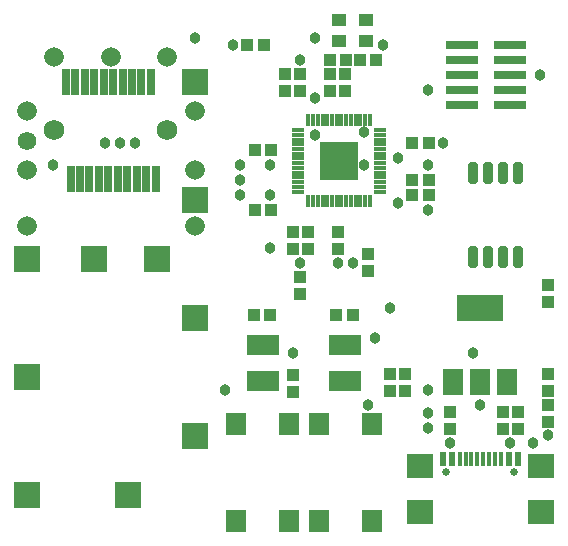
<source format=gts>
G04*
G04 #@! TF.GenerationSoftware,Altium Limited,Altium Designer,22.2.1 (43)*
G04*
G04 Layer_Color=8388736*
%FSLAX25Y25*%
%MOIN*%
G70*
G04*
G04 #@! TF.SameCoordinates,F70C61CB-F540-4537-8945-4C51125ABCB5*
G04*
G04*
G04 #@! TF.FilePolarity,Negative*
G04*
G01*
G75*
%ADD17R,0.11000X0.03000*%
%ADD18R,0.03950X0.04343*%
%ADD19R,0.05118X0.04331*%
%ADD20R,0.08583X0.07874*%
%ADD21R,0.02362X0.04528*%
%ADD22R,0.01181X0.04528*%
%ADD23R,0.06706X0.07690*%
%ADD24R,0.04343X0.03950*%
%ADD25R,0.11036X0.06706*%
G04:AMPARAMS|DCode=26|XSize=72.96mil|YSize=30.84mil|CornerRadius=6.85mil|HoleSize=0mil|Usage=FLASHONLY|Rotation=270.000|XOffset=0mil|YOffset=0mil|HoleType=Round|Shape=RoundedRectangle|*
%AMROUNDEDRECTD26*
21,1,0.07296,0.01713,0,0,270.0*
21,1,0.05925,0.03084,0,0,270.0*
1,1,0.01371,-0.00856,-0.02963*
1,1,0.01371,-0.00856,0.02963*
1,1,0.01371,0.00856,0.02963*
1,1,0.01371,0.00856,-0.02963*
%
%ADD26ROUNDEDRECTD26*%
%ADD27R,0.15761X0.08674*%
%ADD28R,0.06706X0.08674*%
%ADD29R,0.13005X0.13005*%
G04:AMPARAMS|DCode=30|XSize=41.07mil|YSize=15.87mil|CornerRadius=4.98mil|HoleSize=0mil|Usage=FLASHONLY|Rotation=180.000|XOffset=0mil|YOffset=0mil|HoleType=Round|Shape=RoundedRectangle|*
%AMROUNDEDRECTD30*
21,1,0.04107,0.00591,0,0,180.0*
21,1,0.03110,0.01587,0,0,180.0*
1,1,0.00997,-0.01555,0.00295*
1,1,0.00997,0.01555,0.00295*
1,1,0.00997,0.01555,-0.00295*
1,1,0.00997,-0.01555,-0.00295*
%
%ADD30ROUNDEDRECTD30*%
G04:AMPARAMS|DCode=31|XSize=15.87mil|YSize=41.07mil|CornerRadius=4.98mil|HoleSize=0mil|Usage=FLASHONLY|Rotation=180.000|XOffset=0mil|YOffset=0mil|HoleType=Round|Shape=RoundedRectangle|*
%AMROUNDEDRECTD31*
21,1,0.01587,0.03110,0,0,180.0*
21,1,0.00591,0.04107,0,0,180.0*
1,1,0.00997,-0.00295,0.01555*
1,1,0.00997,0.00295,0.01555*
1,1,0.00997,0.00295,-0.01555*
1,1,0.00997,-0.00295,-0.01555*
%
%ADD31ROUNDEDRECTD31*%
%ADD32R,0.02769X0.08674*%
%ADD33C,0.02559*%
%ADD34C,0.06902*%
%ADD35C,0.06147*%
%ADD36C,0.06540*%
%ADD37R,0.08674X0.08674*%
%ADD38C,0.03800*%
D17*
X161500Y167500D02*
D03*
X177500D02*
D03*
X161500Y162500D02*
D03*
X177500D02*
D03*
X161500Y157500D02*
D03*
X177500D02*
D03*
X161500Y152500D02*
D03*
X177500D02*
D03*
X161500Y147500D02*
D03*
X177500D02*
D03*
D18*
X89744Y167500D02*
D03*
X95256D02*
D03*
X132756Y162500D02*
D03*
X127244D02*
D03*
X117244Y162500D02*
D03*
X122756D02*
D03*
X144744Y135000D02*
D03*
X150256D02*
D03*
X144744Y122500D02*
D03*
X150256D02*
D03*
X92244Y112500D02*
D03*
X97756D02*
D03*
X92244Y132500D02*
D03*
X97756D02*
D03*
X144744Y117500D02*
D03*
X150256D02*
D03*
X119488Y77500D02*
D03*
X125000D02*
D03*
X91988D02*
D03*
X97500D02*
D03*
D19*
X129528Y168957D02*
D03*
X120472D02*
D03*
Y176043D02*
D03*
X129528D02*
D03*
D20*
X147382Y11752D02*
D03*
X187618D02*
D03*
X147382Y27224D02*
D03*
X187618D02*
D03*
D21*
X154902Y29488D02*
D03*
X180098D02*
D03*
X158051D02*
D03*
X176949D02*
D03*
D22*
X160610D02*
D03*
X162579D02*
D03*
X164547D02*
D03*
X166516D02*
D03*
X168484D02*
D03*
X170453D02*
D03*
X172421D02*
D03*
X174390D02*
D03*
D23*
X113642Y41240D02*
D03*
X131358D02*
D03*
Y8760D02*
D03*
X113642D02*
D03*
X86142Y41240D02*
D03*
X103858D02*
D03*
Y8760D02*
D03*
X86142D02*
D03*
D24*
X180000Y45256D02*
D03*
Y39744D02*
D03*
X190000Y52244D02*
D03*
Y57756D02*
D03*
X190000Y81988D02*
D03*
Y87500D02*
D03*
X117500Y152244D02*
D03*
Y157756D02*
D03*
X120000Y105256D02*
D03*
Y99744D02*
D03*
X110000Y105256D02*
D03*
Y99744D02*
D03*
X105000Y105256D02*
D03*
Y99744D02*
D03*
X107500Y152244D02*
D03*
Y157756D02*
D03*
X130000Y92244D02*
D03*
Y97756D02*
D03*
X107500Y84744D02*
D03*
Y90256D02*
D03*
X122500Y152244D02*
D03*
Y157756D02*
D03*
X175000Y45256D02*
D03*
Y39744D02*
D03*
X157500Y45256D02*
D03*
Y39744D02*
D03*
X190000Y47500D02*
D03*
Y41988D02*
D03*
X105000Y57500D02*
D03*
Y51988D02*
D03*
X137500Y57756D02*
D03*
Y52244D02*
D03*
X142500Y57756D02*
D03*
Y52244D02*
D03*
X102500Y157756D02*
D03*
Y152244D02*
D03*
D25*
X122500Y55689D02*
D03*
Y67500D02*
D03*
X95000Y55689D02*
D03*
Y67500D02*
D03*
D26*
X180000Y96772D02*
D03*
X175000D02*
D03*
X170000D02*
D03*
X165000D02*
D03*
Y125000D02*
D03*
X170000D02*
D03*
X175000D02*
D03*
X180000D02*
D03*
D27*
X167500Y79902D02*
D03*
D28*
X176555Y55098D02*
D03*
X167500D02*
D03*
X158445D02*
D03*
D29*
X120413Y128976D02*
D03*
D30*
X106890Y118740D02*
D03*
Y120315D02*
D03*
Y121890D02*
D03*
Y123465D02*
D03*
Y125039D02*
D03*
Y126614D02*
D03*
Y128189D02*
D03*
Y129764D02*
D03*
Y131339D02*
D03*
Y132913D02*
D03*
Y134488D02*
D03*
Y136063D02*
D03*
Y137638D02*
D03*
Y139213D02*
D03*
X133937D02*
D03*
Y137638D02*
D03*
Y136063D02*
D03*
Y134488D02*
D03*
Y132913D02*
D03*
Y131339D02*
D03*
Y129764D02*
D03*
Y128189D02*
D03*
Y126614D02*
D03*
Y125039D02*
D03*
Y123465D02*
D03*
Y121890D02*
D03*
Y120315D02*
D03*
Y118740D02*
D03*
D31*
X130650Y115453D02*
D03*
X129075D02*
D03*
X127500D02*
D03*
X125925D02*
D03*
X124350D02*
D03*
X122776D02*
D03*
X121201D02*
D03*
X119626D02*
D03*
X118051D02*
D03*
X116476D02*
D03*
X114902D02*
D03*
X113327D02*
D03*
X111752D02*
D03*
X110177D02*
D03*
Y142500D02*
D03*
X111752D02*
D03*
X113327D02*
D03*
X114902D02*
D03*
X116476D02*
D03*
X118051D02*
D03*
X119626D02*
D03*
X121201D02*
D03*
X122776D02*
D03*
X124350D02*
D03*
X125925D02*
D03*
X127500D02*
D03*
X129075D02*
D03*
X130650D02*
D03*
D32*
X30906Y123012D02*
D03*
X34055D02*
D03*
X37205D02*
D03*
X40354D02*
D03*
X43504D02*
D03*
X46654D02*
D03*
X49803D02*
D03*
X52953D02*
D03*
X56102D02*
D03*
X59252D02*
D03*
X57677Y155295D02*
D03*
X54528D02*
D03*
X51378D02*
D03*
X48228D02*
D03*
X45079D02*
D03*
X41929D02*
D03*
X38780D02*
D03*
X35630D02*
D03*
X32480D02*
D03*
X29331D02*
D03*
D33*
X156122Y25256D02*
D03*
X178878D02*
D03*
D34*
X63189Y139154D02*
D03*
X25394D02*
D03*
D35*
X16240Y135610D02*
D03*
D36*
Y145453D02*
D03*
Y125768D02*
D03*
Y107264D02*
D03*
X25394Y163563D02*
D03*
X44291D02*
D03*
X63189D02*
D03*
X72342Y145453D02*
D03*
Y125768D02*
D03*
Y107264D02*
D03*
D37*
X16240Y96240D02*
D03*
Y56870D02*
D03*
Y17500D02*
D03*
X38583Y96240D02*
D03*
X50000Y17500D02*
D03*
X59842Y96240D02*
D03*
X72342Y37185D02*
D03*
Y76555D02*
D03*
Y115925D02*
D03*
Y155295D02*
D03*
D38*
X25000Y127500D02*
D03*
X128645Y138550D02*
D03*
X128816Y127500D02*
D03*
X112438Y137438D02*
D03*
X150000Y112500D02*
D03*
X112500Y170000D02*
D03*
X122500Y125000D02*
D03*
X117500Y132500D02*
D03*
X120000Y95000D02*
D03*
X132500Y70000D02*
D03*
X107500Y95000D02*
D03*
X150000Y127500D02*
D03*
X140000Y130000D02*
D03*
X155000Y135000D02*
D03*
X187500Y157500D02*
D03*
X150000Y152500D02*
D03*
X135000Y167500D02*
D03*
X107500Y162500D02*
D03*
X112500Y150000D02*
D03*
X165000Y65000D02*
D03*
X177500Y35000D02*
D03*
X190000Y37500D02*
D03*
X157500Y35000D02*
D03*
X185000D02*
D03*
X150000Y40000D02*
D03*
X167500Y47500D02*
D03*
X150000Y52500D02*
D03*
Y45000D02*
D03*
X140000Y115000D02*
D03*
X125000Y95000D02*
D03*
X137500Y80000D02*
D03*
X130000Y47500D02*
D03*
X82500Y52500D02*
D03*
X105000Y65000D02*
D03*
X87500Y127500D02*
D03*
X97500Y117500D02*
D03*
Y127650D02*
D03*
X52500Y135000D02*
D03*
X72500Y169850D02*
D03*
X47500Y135000D02*
D03*
X87500Y117500D02*
D03*
X42500Y135000D02*
D03*
X87500Y122500D02*
D03*
X85150Y167500D02*
D03*
X97500Y100000D02*
D03*
M02*

</source>
